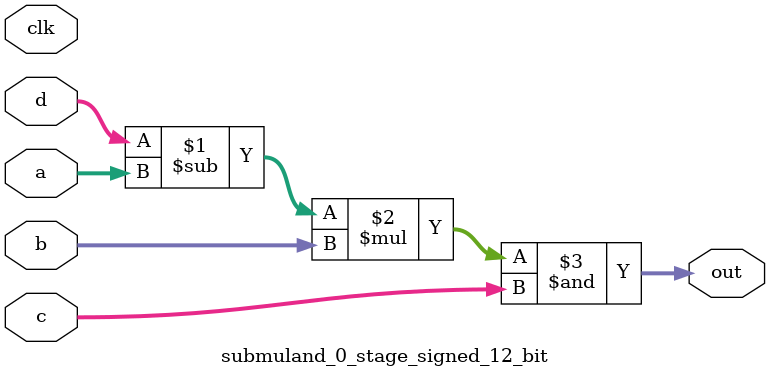
<source format=sv>
(* use_dsp = "yes" *) module submuland_0_stage_signed_12_bit(
	input signed [11:0] a,
	input signed [11:0] b,
	input signed [11:0] c,
	input signed [11:0] d,
	output [11:0] out,
	input clk);

	assign out = ((d - a) * b) & c;
endmodule

</source>
